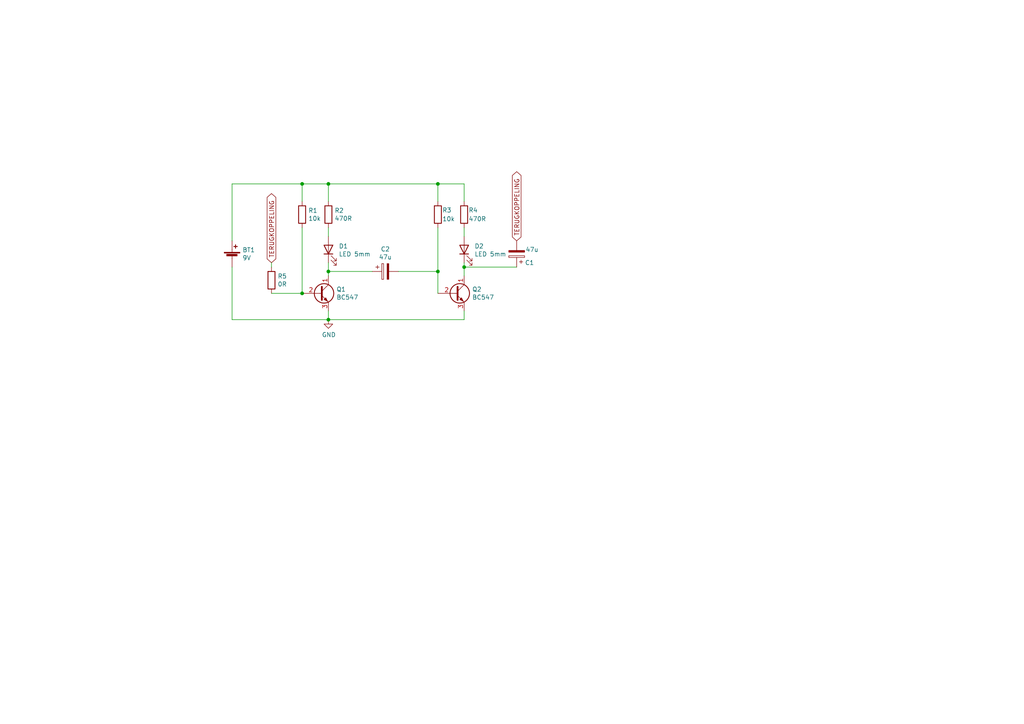
<source format=kicad_sch>
(kicad_sch (version 20211123) (generator eeschema)
  (paper "A4")
  (title_block (title "Knipperlicht") (date "2020-06-06") (rev "0.1") (company "DJO Amersfoort") (comment 2 "Bron: hobbyprojecten.nl/projecten_pdf/knipperlicht.pdf") (comment 4 "Door: R. Paauw"))
  (lib_symbols
    (symbol "Device:Battery_Cell" (pin_numbers hide) (pin_names (offset 0) hide)
      (property "Reference" "BT" (at 2.54 2.54 0))
      (property "Value" "Battery_Cell" (at 2.54 0 0))
      (symbol "Battery_Cell_0_1"
        (rectangle (start -2.286 1.778) (end 2.286 1.524) (fill (type outline)))
        (rectangle (start -1.5748 1.1938) (end 1.4732 0.6858) (fill (type outline)))
        (polyline (pts (xy 0 0.762) (xy 0 0)))
        (polyline (pts (xy 0 1.778) (xy 0 2.54)))
        (polyline (pts (xy 0.508 3.429) (xy 1.524 3.429)) (stroke (width 0.254)))
        (polyline (pts (xy 1.016 3.937) (xy 1.016 2.921)) (stroke (width 0.254)))
      )
      (symbol "Battery_Cell_1_1"
        (pin passive line (at 0 5.08 270) (length 2.54) (name "+") (number "1"))
        (pin passive line (at 0 -2.54 90) (length 2.54) (name "-") (number "2"))
      )
    )
    (symbol "Device:LED" (pin_numbers hide) (pin_names (offset 1.016) hide)
      (property "Reference" "D" (at 0 2.54 0))
      (property "Value" "LED" (at 0 -2.54 0))
      (symbol "LED_0_1"
        (polyline (pts (xy -1.27 -1.27) (xy -1.27 1.27)) (stroke (width 0.254)))
        (polyline (pts (xy -1.27 0) (xy 1.27 0)))
        (polyline (pts (xy 1.27 -1.27) (xy 1.27 1.27) (xy -1.27 0) (xy 1.27 -1.27)) (stroke (width 0.254)))
        (polyline (pts (xy -3.048 -0.762) (xy -4.572 -2.286) (xy -3.81 -2.286) (xy -4.572 -2.286) (xy -4.572 -1.524)))
        (polyline (pts (xy -1.778 -0.762) (xy -3.302 -2.286) (xy -2.54 -2.286) (xy -3.302 -2.286) (xy -3.302 -1.524)))
      )
      (symbol "LED_1_1"
        (pin passive line (at -3.81 0 0) (length 2.54) (name "K") (number "1"))
        (pin passive line (at 3.81 0 180) (length 2.54) (name "A") (number "2"))
      )
    )
    (symbol "Device:R" (pin_numbers hide) (pin_names (offset 0))
      (property "Reference" "R" (at 2.032 0 90))
      (property "Value" "R" (at 0 0 90))
      (symbol "R_0_1"
        (rectangle (start -1.016 -2.54) (end 1.016 2.54) (stroke (width 0.254)))
      )
      (symbol "R_1_1"
        (pin passive line (at 0 3.81 270) (length 1.27) (name "~") (number "1"))
        (pin passive line (at 0 -3.81 90) (length 1.27) (name "~") (number "2"))
      )
    )
    (symbol "Transistor_BJT:BC547" (pin_names (offset 0) hide)
      (property "Reference" "Q" (at 5.08 1.905 0))
      (property "Value" "BC547" (at 5.08 0 0))
      (symbol "BC547_0_1"
        (polyline (pts (xy 0 0) (xy 0.635 0)))
        (polyline (pts (xy 0.635 0.635) (xy 2.54 2.54)))
        (polyline (pts (xy 0.635 -0.635) (xy 2.54 -2.54) (xy 2.54 -2.54)))
        (polyline (pts (xy 0.635 1.905) (xy 0.635 -1.905) (xy 0.635 -1.905)) (stroke (width 0.508)))
        (polyline (pts (xy 1.27 -1.778) (xy 1.778 -1.27) (xy 2.286 -2.286) (xy 1.27 -1.778) (xy 1.27 -1.778)) (fill (type outline)))
        (circle (center 1.27 0) (radius 2.8194) (stroke (width 0.254)))
      )
      (symbol "BC547_1_1"
        (pin passive line (at 2.54 5.08 270) (length 2.54) (name "C") (number "1"))
        (pin input line (at -5.08 0 0) (length 5.08) (name "B") (number "2"))
        (pin passive line (at 2.54 -5.08 90) (length 2.54) (name "E") (number "3"))
      )
    )
    (symbol "knipperlicht-rescue:CP-Device" (pin_numbers hide) (pin_names (offset 0.254))
      (property "Reference" "C" (at 0.635 2.54 0))
      (property "Value" "CP-Device" (at 0.635 -2.54 0))
      (symbol "CP-Device_0_1"
        (rectangle (start -2.286 0.508) (end 2.286 1.016))
        (polyline (pts (xy -1.778 2.286) (xy -0.762 2.286)))
        (polyline (pts (xy -1.27 2.794) (xy -1.27 1.778)))
        (rectangle (start 2.286 -0.508) (end -2.286 -1.016) (fill (type outline)))
      )
      (symbol "CP-Device_1_1"
        (pin passive line (at 0 3.81 270) (length 2.794) (name "~") (number "1"))
        (pin passive line (at 0 -3.81 90) (length 2.794) (name "~") (number "2"))
      )
    )
    (symbol "power:GND" (power) (pin_names (offset 0))
      (property "Value" "GND" (at 0 -3.81 0))
      (symbol "GND_0_1"
        (polyline (pts (xy 0 0) (xy 0 -1.27) (xy 1.27 -1.27) (xy 0 -2.54) (xy -1.27 -1.27) (xy 0 -1.27)))
      )
      (symbol "GND_1_1"
        (pin power_in line (at 0 0 270) (length 0) hide (name "GND") (number "1"))
      )
    )
  )
  (junction (at 87.63 85.09))
  (junction (at 127 78.74))
  (junction (at 95.25 53.34))
  (junction (at 134.62 77.47))
  (junction (at 127 53.34))
  (junction (at 95.25 78.74))
  (junction (at 95.25 92.71))
  (junction (at 87.63 53.34))
  (wire (pts (xy 95.25 53.34) (xy 127 53.34)))
  (wire (pts (xy 95.25 92.71) (xy 134.62 92.71)))
  (wire (pts (xy 127 53.34) (xy 134.62 53.34)))
  (wire (pts (xy 87.63 58.42) (xy 87.63 53.34)))
  (wire (pts (xy 134.62 58.42) (xy 134.62 53.34)))
  (wire (pts (xy 87.63 53.34) (xy 95.25 53.34)))
  (wire (pts (xy 127 85.09) (xy 127 78.74)))
  (wire (pts (xy 95.25 78.74) (xy 95.25 80.01)))
  (wire (pts (xy 107.95 78.74) (xy 95.25 78.74)))
  (wire (pts (xy 134.62 80.01) (xy 134.62 77.47)))
  (wire (pts (xy 127 58.42) (xy 127 53.34)))
  (wire (pts (xy 87.63 66.04) (xy 87.63 85.09)))
  (wire (pts (xy 95.25 66.04) (xy 95.25 68.58)))
  (wire (pts (xy 95.25 90.17) (xy 95.25 92.71)))
  (wire (pts (xy 95.25 53.34) (xy 95.25 58.42)))
  (wire (pts (xy 67.31 53.34) (xy 87.63 53.34)))
  (wire (pts (xy 115.57 78.74) (xy 127 78.74)))
  (wire (pts (xy 95.25 76.2) (xy 95.25 78.74)))
  (wire (pts (xy 67.31 92.71) (xy 95.25 92.71)))
  (wire (pts (xy 87.63 85.09) (xy 78.74 85.09)))
  (wire (pts (xy 67.31 69.85) (xy 67.31 53.34)))
  (wire (pts (xy 134.62 90.17) (xy 134.62 92.71)))
  (wire (pts (xy 134.62 77.47) (xy 134.62 76.2)))
  (wire (pts (xy 134.62 77.47) (xy 149.86 77.47)))
  (wire (pts (xy 134.62 68.58) (xy 134.62 66.04)))
  (wire (pts (xy 78.74 77.47) (xy 78.74 76.2)))
  (wire (pts (xy 127 78.74) (xy 127 66.04)))
  (wire (pts (xy 67.31 77.47) (xy 67.31 92.71)))
  (global_label "TERUGKOPPELING" (shape bidirectional) (at 78.74 76.2 90) (property "Intersheet References" "${INTERSHEET_REFS}" (effects hide)))
  (global_label "TERUGKOPPELING" (shape bidirectional) (at 149.86 69.85 90) (property "Intersheet References" "${INTERSHEET_REFS}" (effects hide)))
  (symbol (lib_id "Device:Battery_Cell") (at 67.31 74.93 0) (unit 1)
    (property "Reference" "BT1" (at 70.3072 72.4916 0) (effects (justify left)))
    (property "Value" "9V" (at 70.3072 74.803 0) (effects (justify left)))
    (property "Footprint" "9v batterij:9v batterij" (effects hide))
  )
  (symbol (lib_id "Device:R") (at 95.25 62.23 180) (unit 1)
    (property "Reference" "R2" (at 97.028 61.0616 0) (effects (justify right)))
    (property "Value" "470R" (at 97.028 63.373 0) (effects (justify right)))
    (property "Footprint" "Resistor_THT:R_Axial_DIN0207_L6.3mm_D2.5mm_P7.62mm_Horizontal" (effects hide))
  )
  (symbol (lib_id "Device:R") (at 127 62.23 180) (unit 1)
    (property "Reference" "R3" (at 128.27 60.96 0) (effects (justify right)))
    (property "Value" "10k" (at 128.27 63.5 0) (effects (justify right)))
    (property "Footprint" "Resistor_THT:R_Axial_DIN0207_L6.3mm_D2.5mm_P7.62mm_Horizontal" (effects hide))
  )
  (symbol (lib_id "Device:R") (at 134.62 62.23 180) (unit 1)
    (property "Reference" "R4" (at 135.89 60.96 0) (effects (justify right)))
    (property "Value" "470R" (at 135.89 63.5 0) (effects (justify right)))
    (property "Footprint" "Resistor_THT:R_Axial_DIN0207_L6.3mm_D2.5mm_P7.62mm_Horizontal" (effects hide))
  )
  (symbol (lib_id "knipperlicht-rescue:CP-Device") (at 111.76 78.74 90) (mirror x) (unit 1)
    (property "Reference" "C2" (at 111.76 72.263 90))
    (property "Value" "47u" (at 111.76 74.5744 90))
    (property "Footprint" "Capacitor_THT:CP_Radial_D5.0mm_P2.00mm" (effects hide))
  )
  (symbol (lib_id "knipperlicht-rescue:CP-Device") (at 149.86 73.66 180) (unit 1)
    (property "Reference" "C1" (at 154.94 76.2 0) (effects (justify left)))
    (property "Value" "47u" (at 156.21 72.39 0) (effects (justify left)))
    (property "Footprint" "Capacitor_THT:CP_Radial_D5.0mm_P2.00mm" (effects hide))
  )
  (symbol (lib_id "Device:LED") (at 95.25 72.39 90) (unit 1)
    (property "Reference" "D1" (at 98.2472 71.3994 90) (effects (justify right)))
    (property "Value" "LED 5mm" (at 98.2472 73.7108 90) (effects (justify right)))
    (property "Footprint" "LED_THT:LED_D5.0mm_Clear" (effects hide))
  )
  (symbol (lib_id "Device:LED") (at 134.62 72.39 90) (unit 1)
    (property "Reference" "D2" (at 137.6172 71.3994 90) (effects (justify right)))
    (property "Value" "LED 5mm" (at 137.6172 73.7108 90) (effects (justify right)))
    (property "Footprint" "LED_THT:LED_D5.0mm_Clear" (effects hide))
  )
  (symbol (lib_id "Transistor_BJT:BC547") (at 92.71 85.09 0) (unit 1)
    (property "Reference" "Q1" (at 97.5614 83.9216 0) (effects (justify left)))
    (property "Value" "BC547" (at 97.5614 86.233 0) (effects (justify left)))
    (property "Footprint" "Package_TO_SOT_THT:TO-92_Wide" (effects hide))
    (property "Datasheet" "http://www.fairchildsemi.com/ds/BC/BC547.pdf" (effects hide))
  )
  (symbol (lib_id "Transistor_BJT:BC547") (at 132.08 85.09 0) (unit 1)
    (property "Reference" "Q2" (at 136.9314 83.9216 0) (effects (justify left)))
    (property "Value" "BC547" (at 136.9314 86.233 0) (effects (justify left)))
    (property "Footprint" "Package_TO_SOT_THT:TO-92_Wide" (effects hide))
    (property "Datasheet" "http://www.fairchildsemi.com/ds/BC/BC547.pdf" (effects hide))
  )
  (symbol (lib_id "power:GND") (at 95.25 92.71 0) (unit 1)
    (property "Reference" "#PWR01" (effects hide))
    (property "Value" "GND" (at 95.377 97.1042 0))
  )
  (symbol (lib_id "Device:R") (at 87.63 62.23 0) (unit 1)
    (property "Reference" "R1" (at 89.408 61.0616 0) (effects (justify left)))
    (property "Value" "10k" (at 89.408 63.373 0) (effects (justify left)))
    (property "Footprint" "Resistor_THT:R_Axial_DIN0207_L6.3mm_D2.5mm_P7.62mm_Horizontal" (effects hide))
  )
  (symbol (lib_id "Device:R") (at 78.74 81.28 180) (unit 1)
    (property "Reference" "R5" (at 80.518 80.1116 0) (effects (justify right)))
    (property "Value" "0R" (at 80.518 82.423 0) (effects (justify right)))
    (property "Footprint" "Resistor_THT:R_Axial_DIN0207_L6.3mm_D2.5mm_P7.62mm_Horizontal" (effects hide))
  )
)
</source>
